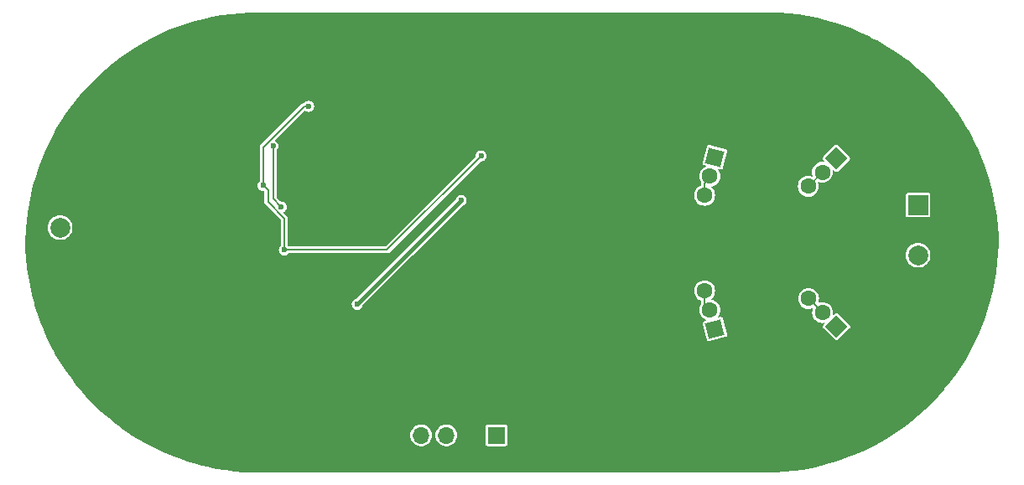
<source format=gbl>
G04 #@! TF.GenerationSoftware,KiCad,Pcbnew,8.0.2*
G04 #@! TF.CreationDate,2024-09-05T18:17:44-04:00*
G04 #@! TF.ProjectId,5v-regulator-v1,35762d72-6567-4756-9c61-746f722d7631,rev?*
G04 #@! TF.SameCoordinates,Original*
G04 #@! TF.FileFunction,Copper,L2,Bot*
G04 #@! TF.FilePolarity,Positive*
%FSLAX46Y46*%
G04 Gerber Fmt 4.6, Leading zero omitted, Abs format (unit mm)*
G04 Created by KiCad (PCBNEW 8.0.2) date 2024-09-05 18:17:44*
%MOMM*%
%LPD*%
G01*
G04 APERTURE LIST*
G04 Aperture macros list*
%AMRotRect*
0 Rectangle, with rotation*
0 The origin of the aperture is its center*
0 $1 length*
0 $2 width*
0 $3 Rotation angle, in degrees counterclockwise*
0 Add horizontal line*
21,1,$1,$2,0,0,$3*%
G04 Aperture macros list end*
G04 #@! TA.AperFunction,ComponentPad*
%ADD10RotRect,1.600000X1.600000X105.000000*%
G04 #@! TD*
G04 #@! TA.AperFunction,ComponentPad*
%ADD11C,1.600000*%
G04 #@! TD*
G04 #@! TA.AperFunction,ComponentPad*
%ADD12C,2.150000*%
G04 #@! TD*
G04 #@! TA.AperFunction,ComponentPad*
%ADD13RotRect,1.600000X1.600000X225.000000*%
G04 #@! TD*
G04 #@! TA.AperFunction,ComponentPad*
%ADD14R,2.000000X2.000000*%
G04 #@! TD*
G04 #@! TA.AperFunction,ComponentPad*
%ADD15C,2.000000*%
G04 #@! TD*
G04 #@! TA.AperFunction,ComponentPad*
%ADD16R,1.700000X1.700000*%
G04 #@! TD*
G04 #@! TA.AperFunction,ComponentPad*
%ADD17O,1.700000X1.700000*%
G04 #@! TD*
G04 #@! TA.AperFunction,ComponentPad*
%ADD18RotRect,1.600000X1.600000X255.000000*%
G04 #@! TD*
G04 #@! TA.AperFunction,ComponentPad*
%ADD19RotRect,1.600000X1.600000X135.000000*%
G04 #@! TD*
G04 #@! TA.AperFunction,ViaPad*
%ADD20C,0.600000*%
G04 #@! TD*
G04 #@! TA.AperFunction,Conductor*
%ADD21C,0.400000*%
G04 #@! TD*
G04 #@! TA.AperFunction,Conductor*
%ADD22C,0.200000*%
G04 #@! TD*
G04 APERTURE END LIST*
D10*
X187111364Y-78010343D03*
D11*
X186593726Y-76078491D03*
X186076088Y-74146640D03*
X185558449Y-72214787D03*
D12*
X184672983Y-79419458D03*
X189927619Y-78011480D03*
X182861251Y-72657977D03*
X188115888Y-71250000D03*
D13*
X199371101Y-60744787D03*
D11*
X197956887Y-62159001D03*
X196542674Y-63573214D03*
X195128460Y-64987429D03*
D12*
X201810620Y-62151929D03*
X197963959Y-58305270D03*
X196860873Y-67101676D03*
X193014210Y-63255016D03*
D14*
X207615887Y-65460000D03*
D15*
X207615887Y-68000000D03*
X207615887Y-70540000D03*
X207615887Y-73080000D03*
D14*
X121000000Y-70290000D03*
D15*
X121000000Y-67750000D03*
D16*
X165080000Y-88750000D03*
D17*
X162539996Y-88749998D03*
X160000000Y-88750000D03*
X157460000Y-88750000D03*
D18*
X187111364Y-60633422D03*
D11*
X186593726Y-62565274D03*
X186076088Y-64497125D03*
X185558450Y-66428978D03*
D12*
X189927621Y-60632283D03*
X184672984Y-59224311D03*
X188115887Y-67393764D03*
X182861249Y-65985789D03*
D19*
X199391233Y-77755214D03*
D11*
X197977019Y-76341000D03*
X196562806Y-74926787D03*
X195148591Y-73512573D03*
D12*
X197984091Y-80194733D03*
X201830750Y-76348072D03*
X193034344Y-75244986D03*
X196881004Y-71398323D03*
D20*
X151000000Y-75500000D03*
X161500000Y-65000000D03*
X141500000Y-63500000D03*
X163500000Y-60500000D03*
X143643510Y-70000000D03*
X146100000Y-55500000D03*
X159500000Y-73500000D03*
X135500000Y-75000000D03*
X124500000Y-74500000D03*
X174250000Y-85000000D03*
X121500000Y-73500000D03*
X145000000Y-65500000D03*
X154500000Y-75500000D03*
X134500000Y-75000000D03*
X136500000Y-75000000D03*
X123500000Y-74500000D03*
X133500000Y-72000000D03*
X119500000Y-72500000D03*
X167750000Y-54000000D03*
X137500000Y-72000000D03*
X170500000Y-75500000D03*
X134500000Y-72000000D03*
X174500000Y-72500000D03*
X164500000Y-74500000D03*
X152500000Y-75500000D03*
X165500000Y-74500000D03*
X165500000Y-73500000D03*
X167500000Y-75500000D03*
X158500000Y-75500000D03*
X136500000Y-73000000D03*
X123500000Y-73500000D03*
X139500000Y-74000000D03*
X161500000Y-75500000D03*
X132500000Y-72000000D03*
X131500000Y-73000000D03*
X162500000Y-75500000D03*
X119500000Y-73500000D03*
X171500000Y-73500000D03*
X172500000Y-73500000D03*
X131500000Y-72000000D03*
X121500000Y-74500000D03*
X138500000Y-74000000D03*
X138500000Y-75000000D03*
X197250000Y-49500000D03*
X154500000Y-73500000D03*
X163500000Y-74500000D03*
X169500000Y-73500000D03*
X137500000Y-75000000D03*
X141500000Y-75000000D03*
X137500000Y-74000000D03*
X134500000Y-73000000D03*
X176750000Y-87750000D03*
X162500000Y-72500000D03*
X160500000Y-74500000D03*
X145500000Y-54000000D03*
X161500000Y-74500000D03*
X141500000Y-74000000D03*
X163500000Y-72500000D03*
X176250000Y-56250000D03*
X159500000Y-75500000D03*
X135500000Y-73000000D03*
X156500000Y-75500000D03*
X174500000Y-74500000D03*
X131500000Y-71000000D03*
X171500000Y-72500000D03*
X153500000Y-75500000D03*
X166500000Y-75500000D03*
X170500000Y-74500000D03*
X160500000Y-75500000D03*
X132500000Y-73000000D03*
X168500000Y-72500000D03*
X163500000Y-75500000D03*
X156500000Y-73500000D03*
X164500000Y-72500000D03*
X156500000Y-74500000D03*
X169500000Y-74500000D03*
X119500000Y-74500000D03*
X162500000Y-74500000D03*
X173500000Y-72500000D03*
X120500000Y-73500000D03*
X139500000Y-72000000D03*
X166500000Y-73500000D03*
X168500000Y-75500000D03*
X165500000Y-75500000D03*
X161500000Y-73500000D03*
X160500000Y-72500000D03*
X172500000Y-74500000D03*
X136500000Y-72000000D03*
X154500000Y-74500000D03*
X120500000Y-72500000D03*
X173500000Y-74500000D03*
X138500000Y-72000000D03*
X157500000Y-74500000D03*
X168500000Y-74500000D03*
X137500000Y-73000000D03*
X167500000Y-74500000D03*
X173500000Y-75500000D03*
X153500000Y-74500000D03*
X164500000Y-75500000D03*
X169500000Y-72500000D03*
X133500000Y-73000000D03*
X120500000Y-74500000D03*
X174500000Y-75500000D03*
X157500000Y-75500000D03*
X138500000Y-73000000D03*
X137000000Y-61000000D03*
X160500000Y-73500000D03*
X121500000Y-72500000D03*
X131500000Y-70000000D03*
X165500000Y-72500000D03*
X157500000Y-73500000D03*
X158500000Y-73500000D03*
X158500000Y-74500000D03*
X140500000Y-72000000D03*
X133000000Y-61000000D03*
X159500000Y-74500000D03*
X171500000Y-75500000D03*
X134500000Y-74000000D03*
X170500000Y-72500000D03*
X169500000Y-75500000D03*
X157500000Y-61000000D03*
X170750000Y-91000000D03*
X171500000Y-74500000D03*
X174500000Y-73500000D03*
X195250000Y-86000000D03*
X166500000Y-74500000D03*
X155500000Y-74500000D03*
X172500000Y-61000000D03*
X139500000Y-73000000D03*
X166500000Y-72500000D03*
X173500000Y-73500000D03*
X141500000Y-72000000D03*
X155500000Y-73500000D03*
X122500000Y-73500000D03*
X141500000Y-73000000D03*
X167500000Y-72500000D03*
X137000000Y-56500000D03*
X135500000Y-74000000D03*
X164500000Y-73500000D03*
X136500000Y-74000000D03*
X168500000Y-73500000D03*
X122500000Y-74500000D03*
X162500000Y-73500000D03*
X140500000Y-75000000D03*
X179500000Y-51000000D03*
X167000000Y-61000000D03*
X170500000Y-73500000D03*
X139500000Y-75000000D03*
X163500000Y-73500000D03*
X155500000Y-75500000D03*
X122500000Y-72500000D03*
X140500000Y-73000000D03*
X172500000Y-72500000D03*
X161500000Y-72500000D03*
X140500000Y-74000000D03*
X172500000Y-75500000D03*
X135500000Y-72000000D03*
X167500000Y-73500000D03*
X143325735Y-65674265D03*
X142500000Y-59500000D03*
D21*
X151000000Y-75500000D02*
X161500000Y-65000000D01*
D22*
X186076088Y-63332912D02*
X186593726Y-62815274D01*
X186076088Y-64747125D02*
X186076088Y-63332912D01*
X196542674Y-63573214D02*
X197956887Y-62159001D01*
X196562806Y-74926787D02*
X197977019Y-76341000D01*
X141500000Y-63500000D02*
X142000000Y-64000000D01*
X163500000Y-60500000D02*
X154000000Y-70000000D01*
X143643510Y-66840569D02*
X143643510Y-70000000D01*
X141500000Y-63500000D02*
X141500000Y-59651471D01*
X142000000Y-65197059D02*
X143643510Y-66840569D01*
X141500000Y-59651471D02*
X145651471Y-55500000D01*
X154000000Y-70000000D02*
X143643510Y-70000000D01*
X145651471Y-55500000D02*
X146100000Y-55500000D01*
X142000000Y-64000000D02*
X142000000Y-65197059D01*
X186076088Y-75810853D02*
X186593726Y-76328491D01*
X186076088Y-74396640D02*
X186076088Y-75810853D01*
X142500000Y-64848530D02*
X143325735Y-65674265D01*
X142500000Y-59500000D02*
X142500000Y-64848530D01*
G04 #@! TA.AperFunction,Conductor*
G36*
X192741274Y-46000498D02*
G01*
X192743175Y-46000538D01*
X193671907Y-46038360D01*
X193673808Y-46038474D01*
X194603009Y-46113386D01*
X194604868Y-46113573D01*
X195530352Y-46225342D01*
X195532213Y-46225605D01*
X196452530Y-46374059D01*
X196454377Y-46374395D01*
X197368036Y-46559291D01*
X197369868Y-46559700D01*
X198275474Y-46780756D01*
X198277300Y-46781240D01*
X199173406Y-47038102D01*
X199175230Y-47038665D01*
X200060388Y-47330918D01*
X200062202Y-47331557D01*
X200935017Y-47658736D01*
X200936828Y-47659455D01*
X201796009Y-48021078D01*
X201797741Y-48021848D01*
X202641862Y-48417315D01*
X202643574Y-48418160D01*
X203028672Y-48617605D01*
X203471311Y-48846852D01*
X203473022Y-48847782D01*
X204283050Y-49309010D01*
X204284722Y-49310007D01*
X205075759Y-49803040D01*
X205077391Y-49804102D01*
X205848286Y-50328224D01*
X205849820Y-50329313D01*
X206200619Y-50588780D01*
X206599243Y-50883621D01*
X206600786Y-50884810D01*
X207327598Y-51468461D01*
X207329087Y-51469707D01*
X207556459Y-51667655D01*
X208032125Y-52081765D01*
X208033568Y-52083073D01*
X208711722Y-52722574D01*
X208713103Y-52723928D01*
X209365342Y-53389897D01*
X209366640Y-53391276D01*
X209731256Y-53794434D01*
X209991909Y-54082639D01*
X209993186Y-54084109D01*
X210590464Y-54799738D01*
X210591682Y-54801258D01*
X211160063Y-55540062D01*
X211161219Y-55541629D01*
X211699771Y-56302396D01*
X211700865Y-56304007D01*
X212208795Y-57085620D01*
X212209823Y-57087273D01*
X212686289Y-57888436D01*
X212687251Y-57890130D01*
X213131500Y-58709575D01*
X213132394Y-58711305D01*
X213244545Y-58939361D01*
X213520250Y-59500000D01*
X213543745Y-59547775D01*
X213544562Y-59549525D01*
X213717688Y-59940032D01*
X213922346Y-60401663D01*
X213923100Y-60403458D01*
X214266732Y-61269945D01*
X214267414Y-61271769D01*
X214576354Y-62151243D01*
X214576962Y-62153093D01*
X214850699Y-63044095D01*
X214851234Y-63045967D01*
X215089362Y-63947175D01*
X215089822Y-63949067D01*
X215291957Y-64859032D01*
X215292341Y-64860941D01*
X215458152Y-65778178D01*
X215458461Y-65780101D01*
X215587708Y-66703263D01*
X215587939Y-66705197D01*
X215680397Y-67632705D01*
X215680552Y-67634646D01*
X215736089Y-68565140D01*
X215736166Y-68567085D01*
X215752900Y-69409107D01*
X215751394Y-69420514D01*
X215751466Y-69420525D01*
X215750980Y-69423702D01*
X215749620Y-69489030D01*
X215749590Y-69490004D01*
X215711640Y-70421885D01*
X215711523Y-70423829D01*
X215636617Y-71352970D01*
X215636422Y-71354907D01*
X215524661Y-72280318D01*
X215524389Y-72282246D01*
X215375946Y-73202496D01*
X215375597Y-73204412D01*
X215190715Y-74118001D01*
X215190291Y-74119902D01*
X214969250Y-75025445D01*
X214968751Y-75027327D01*
X214711902Y-75923387D01*
X214711328Y-75925248D01*
X214419085Y-76810377D01*
X214418438Y-76812213D01*
X214091263Y-77685017D01*
X214090544Y-77686827D01*
X213728931Y-78545986D01*
X213728140Y-78547765D01*
X213332692Y-79391844D01*
X213331831Y-79393591D01*
X212903147Y-80221311D01*
X212902217Y-80223022D01*
X212440989Y-81033050D01*
X212439992Y-81034722D01*
X211946959Y-81825759D01*
X211945897Y-81827391D01*
X211421794Y-82598259D01*
X211420667Y-82599847D01*
X210866378Y-83349243D01*
X210865189Y-83350786D01*
X210281538Y-84077598D01*
X210280289Y-84079091D01*
X209668234Y-84782125D01*
X209666926Y-84783568D01*
X209027425Y-85461722D01*
X209026062Y-85463112D01*
X208360135Y-86115311D01*
X208358717Y-86116646D01*
X207667360Y-86741909D01*
X207665890Y-86743186D01*
X206950261Y-87340464D01*
X206948741Y-87341682D01*
X206209937Y-87910063D01*
X206208370Y-87911219D01*
X205447603Y-88449771D01*
X205445992Y-88450865D01*
X204664379Y-88958795D01*
X204662726Y-88959823D01*
X203861563Y-89436289D01*
X203859869Y-89437251D01*
X203040424Y-89881500D01*
X203038694Y-89882394D01*
X202202224Y-90293745D01*
X202200460Y-90294569D01*
X201348336Y-90672346D01*
X201346541Y-90673100D01*
X200480054Y-91016732D01*
X200478230Y-91017414D01*
X199598756Y-91326354D01*
X199596906Y-91326962D01*
X198705904Y-91600699D01*
X198704032Y-91601234D01*
X197802824Y-91839362D01*
X197800932Y-91839822D01*
X196890967Y-92041957D01*
X196889058Y-92042341D01*
X195971821Y-92208152D01*
X195969898Y-92208461D01*
X195046736Y-92337708D01*
X195044802Y-92337939D01*
X194117294Y-92430397D01*
X194115353Y-92430552D01*
X193184859Y-92486089D01*
X193182914Y-92486166D01*
X192250504Y-92504697D01*
X192249530Y-92504707D01*
X192246403Y-92504707D01*
X140513974Y-92499499D01*
X140511985Y-92499458D01*
X139583321Y-92461639D01*
X139581378Y-92461522D01*
X138652237Y-92386617D01*
X138650299Y-92386422D01*
X137724887Y-92274661D01*
X137722959Y-92274389D01*
X136802709Y-92125946D01*
X136800793Y-92125597D01*
X135887204Y-91940715D01*
X135885303Y-91940291D01*
X134979758Y-91719251D01*
X134977883Y-91718753D01*
X134567038Y-91600988D01*
X134081818Y-91461903D01*
X134079957Y-91461329D01*
X133194827Y-91169086D01*
X133192991Y-91168439D01*
X132320187Y-90841264D01*
X132318377Y-90840545D01*
X131459218Y-90478932D01*
X131457439Y-90478141D01*
X130613360Y-90082693D01*
X130611613Y-90081832D01*
X129783893Y-89653148D01*
X129782182Y-89652218D01*
X128972153Y-89190990D01*
X128970481Y-89189993D01*
X128264543Y-88750000D01*
X156354785Y-88750000D01*
X156373602Y-88953079D01*
X156373603Y-88953085D01*
X156429417Y-89149248D01*
X156429420Y-89149255D01*
X156520325Y-89331818D01*
X156520328Y-89331822D01*
X156643233Y-89494576D01*
X156643236Y-89494579D01*
X156793954Y-89631977D01*
X156793955Y-89631978D01*
X156793959Y-89631981D01*
X156967363Y-89739348D01*
X157157544Y-89813024D01*
X157358024Y-89850500D01*
X157358026Y-89850500D01*
X157561974Y-89850500D01*
X157561976Y-89850500D01*
X157762456Y-89813024D01*
X157952637Y-89739348D01*
X158126041Y-89631981D01*
X158276764Y-89494579D01*
X158399673Y-89331821D01*
X158490582Y-89149250D01*
X158546397Y-88953083D01*
X158565215Y-88750000D01*
X158894785Y-88750000D01*
X158913602Y-88953079D01*
X158913603Y-88953085D01*
X158969417Y-89149248D01*
X158969420Y-89149255D01*
X159060325Y-89331818D01*
X159060328Y-89331822D01*
X159183233Y-89494576D01*
X159183236Y-89494579D01*
X159333954Y-89631977D01*
X159333955Y-89631978D01*
X159333959Y-89631981D01*
X159507363Y-89739348D01*
X159697544Y-89813024D01*
X159898024Y-89850500D01*
X159898026Y-89850500D01*
X160101974Y-89850500D01*
X160101976Y-89850500D01*
X160302456Y-89813024D01*
X160492637Y-89739348D01*
X160666041Y-89631981D01*
X160816764Y-89494579D01*
X160939673Y-89331821D01*
X161030582Y-89149250D01*
X161086397Y-88953083D01*
X161105215Y-88750000D01*
X161086397Y-88546917D01*
X161030582Y-88350750D01*
X160939673Y-88168179D01*
X160816764Y-88005421D01*
X160816763Y-88005420D01*
X160674053Y-87875322D01*
X163979500Y-87875322D01*
X163979500Y-89624677D01*
X163994033Y-89697739D01*
X164049398Y-89780601D01*
X164097924Y-89813024D01*
X164132260Y-89835966D01*
X164205326Y-89850500D01*
X165954674Y-89850500D01*
X166027740Y-89835966D01*
X166110601Y-89780601D01*
X166165966Y-89697740D01*
X166180500Y-89624674D01*
X166180500Y-87875326D01*
X166165966Y-87802260D01*
X166138164Y-87760650D01*
X166110601Y-87719398D01*
X166027739Y-87664033D01*
X165954677Y-87649500D01*
X165954674Y-87649500D01*
X164205326Y-87649500D01*
X164205322Y-87649500D01*
X164132260Y-87664033D01*
X164049398Y-87719398D01*
X163994033Y-87802260D01*
X163979500Y-87875322D01*
X160674053Y-87875322D01*
X160666045Y-87868022D01*
X160666042Y-87868020D01*
X160666041Y-87868019D01*
X160492637Y-87760652D01*
X160492634Y-87760651D01*
X160492633Y-87760650D01*
X160302462Y-87686978D01*
X160302460Y-87686977D01*
X160302456Y-87686976D01*
X160101976Y-87649500D01*
X159898024Y-87649500D01*
X159697544Y-87686976D01*
X159697540Y-87686977D01*
X159697537Y-87686978D01*
X159507366Y-87760650D01*
X159333954Y-87868022D01*
X159183236Y-88005420D01*
X159183233Y-88005423D01*
X159060328Y-88168177D01*
X159060325Y-88168181D01*
X158969420Y-88350744D01*
X158969417Y-88350751D01*
X158913603Y-88546914D01*
X158913602Y-88546920D01*
X158894785Y-88750000D01*
X158565215Y-88750000D01*
X158546397Y-88546917D01*
X158490582Y-88350750D01*
X158399673Y-88168179D01*
X158276764Y-88005421D01*
X158276763Y-88005420D01*
X158126045Y-87868022D01*
X158126042Y-87868020D01*
X158126041Y-87868019D01*
X157952637Y-87760652D01*
X157952634Y-87760651D01*
X157952633Y-87760650D01*
X157762462Y-87686978D01*
X157762460Y-87686977D01*
X157762456Y-87686976D01*
X157561976Y-87649500D01*
X157358024Y-87649500D01*
X157157544Y-87686976D01*
X157157540Y-87686977D01*
X157157537Y-87686978D01*
X156967366Y-87760650D01*
X156793954Y-87868022D01*
X156643236Y-88005420D01*
X156643233Y-88005423D01*
X156520328Y-88168177D01*
X156520325Y-88168181D01*
X156429420Y-88350744D01*
X156429417Y-88350751D01*
X156373603Y-88546914D01*
X156373602Y-88546920D01*
X156354785Y-88750000D01*
X128264543Y-88750000D01*
X128179444Y-88696960D01*
X128177812Y-88695898D01*
X127670156Y-88350750D01*
X127406926Y-88171783D01*
X127405373Y-88170680D01*
X126851013Y-87760650D01*
X126655959Y-87616379D01*
X126654416Y-87615190D01*
X125927604Y-87031539D01*
X125926111Y-87030290D01*
X125223077Y-86418235D01*
X125221634Y-86416927D01*
X124543479Y-85777426D01*
X124542089Y-85776063D01*
X123889858Y-85110102D01*
X123888555Y-85108718D01*
X123593844Y-84782854D01*
X123263284Y-84417351D01*
X123262016Y-84415892D01*
X123204427Y-84346892D01*
X122664737Y-83700262D01*
X122663519Y-83698742D01*
X122568660Y-83575440D01*
X122095125Y-82959920D01*
X122093991Y-82958383D01*
X121555422Y-82197591D01*
X121554328Y-82195980D01*
X121046406Y-81414380D01*
X121045378Y-81412727D01*
X120568911Y-80611563D01*
X120567949Y-80609869D01*
X120358226Y-80223022D01*
X120123696Y-79790419D01*
X120122806Y-79788695D01*
X119711438Y-78952189D01*
X119710648Y-78950498D01*
X119332845Y-78098316D01*
X119332100Y-78096541D01*
X119308013Y-78035805D01*
X119022930Y-77316951D01*
X118988468Y-77230054D01*
X118987786Y-77228230D01*
X118678846Y-76348756D01*
X118678238Y-76346906D01*
X118443394Y-75582500D01*
X118418048Y-75500000D01*
X150444750Y-75500000D01*
X150463669Y-75643708D01*
X150519136Y-75777620D01*
X150519139Y-75777625D01*
X150591982Y-75872556D01*
X150607379Y-75892621D01*
X150722375Y-75980861D01*
X150722377Y-75980861D01*
X150722379Y-75980863D01*
X150856291Y-76036330D01*
X151000000Y-76055250D01*
X151143709Y-76036330D01*
X151277625Y-75980861D01*
X151392621Y-75892621D01*
X151480861Y-75777625D01*
X151536330Y-75643709D01*
X151540668Y-75610752D01*
X151554600Y-75582501D01*
X152990461Y-74146640D01*
X185020505Y-74146640D01*
X185040788Y-74352574D01*
X185100856Y-74550594D01*
X185198403Y-74733090D01*
X185329678Y-74893050D01*
X185489638Y-75024325D01*
X185637312Y-75103259D01*
X185672136Y-75121873D01*
X185679404Y-75124077D01*
X185690810Y-75127536D01*
X185719801Y-75151326D01*
X185725588Y-75174427D01*
X185725588Y-75462889D01*
X185717328Y-75490115D01*
X185716040Y-75492042D01*
X185618495Y-75674534D01*
X185558426Y-75872555D01*
X185558426Y-75872556D01*
X185542296Y-76036330D01*
X185538143Y-76078491D01*
X185558426Y-76284425D01*
X185618494Y-76482445D01*
X185716041Y-76664941D01*
X185847316Y-76824901D01*
X186007276Y-76956176D01*
X186189770Y-77053722D01*
X186189771Y-77053722D01*
X186189772Y-77053723D01*
X186228622Y-77065507D01*
X186257612Y-77089298D01*
X186261288Y-77126620D01*
X186237497Y-77155611D01*
X186227080Y-77159727D01*
X186042904Y-77209078D01*
X186042903Y-77209078D01*
X185976084Y-77242029D01*
X185910378Y-77316951D01*
X185878345Y-77411320D01*
X185878344Y-77411322D01*
X185883217Y-77485655D01*
X185883217Y-77485656D01*
X186167808Y-78547765D01*
X186310100Y-79078806D01*
X186311262Y-79081162D01*
X186343050Y-79145622D01*
X186417972Y-79211328D01*
X186417973Y-79211328D01*
X186417974Y-79211329D01*
X186512341Y-79243362D01*
X186512342Y-79243361D01*
X186512343Y-79243362D01*
X186542076Y-79241412D01*
X186586679Y-79238489D01*
X188179827Y-78811607D01*
X188246642Y-78778657D01*
X188312350Y-78703733D01*
X188344383Y-78609366D01*
X188339510Y-78535028D01*
X187912628Y-76941880D01*
X187879678Y-76875065D01*
X187879677Y-76875064D01*
X187879677Y-76875063D01*
X187804755Y-76809357D01*
X187757570Y-76793340D01*
X187710387Y-76777324D01*
X187710386Y-76777324D01*
X187710384Y-76777323D01*
X187636051Y-76782196D01*
X187636050Y-76782196D01*
X187448952Y-76832328D01*
X187411770Y-76827433D01*
X187388940Y-76797680D01*
X187393835Y-76760498D01*
X187398383Y-76753926D01*
X187471411Y-76664941D01*
X187568958Y-76482445D01*
X187629026Y-76284425D01*
X187649309Y-76078491D01*
X187629026Y-75872557D01*
X187568958Y-75674537D01*
X187471411Y-75492041D01*
X187340136Y-75332081D01*
X187180176Y-75200806D01*
X186997680Y-75103259D01*
X186869307Y-75064318D01*
X186799664Y-75043192D01*
X186799655Y-75043190D01*
X186774432Y-75040706D01*
X186741357Y-75023027D01*
X186730471Y-74987139D01*
X186748148Y-74954066D01*
X186781390Y-74926786D01*
X195507223Y-74926786D01*
X195507223Y-74926787D01*
X195527506Y-75132721D01*
X195527506Y-75132722D01*
X195540157Y-75174427D01*
X195587574Y-75330741D01*
X195685121Y-75513237D01*
X195816396Y-75673197D01*
X195976356Y-75804472D01*
X196158852Y-75902019D01*
X196356872Y-75962087D01*
X196562806Y-75982370D01*
X196768740Y-75962087D01*
X196929316Y-75913377D01*
X196966636Y-75917053D01*
X196990428Y-75946043D01*
X196990428Y-75974491D01*
X196941719Y-76135064D01*
X196941719Y-76135065D01*
X196921436Y-76340999D01*
X196921436Y-76341000D01*
X196941719Y-76546934D01*
X196941719Y-76546935D01*
X197001788Y-76744956D01*
X197014386Y-76768524D01*
X197099334Y-76927450D01*
X197230609Y-77087410D01*
X197390569Y-77218685D01*
X197573065Y-77316232D01*
X197771085Y-77376300D01*
X197956735Y-77394585D01*
X197977018Y-77396583D01*
X197977018Y-77396582D01*
X197977019Y-77396583D01*
X198159325Y-77378627D01*
X198195213Y-77389513D01*
X198212892Y-77422588D01*
X198202006Y-77458476D01*
X198198776Y-77462039D01*
X198065285Y-77595530D01*
X198023894Y-77657475D01*
X198004454Y-77755211D01*
X198004454Y-77755216D01*
X198023894Y-77852952D01*
X198023895Y-77852954D01*
X198023896Y-77852955D01*
X198065285Y-77914897D01*
X199231550Y-79081162D01*
X199293492Y-79122551D01*
X199293494Y-79122552D01*
X199391230Y-79141993D01*
X199391233Y-79141993D01*
X199391236Y-79141993D01*
X199488971Y-79122552D01*
X199488971Y-79122551D01*
X199488974Y-79122551D01*
X199550916Y-79081162D01*
X200717181Y-77914897D01*
X200758570Y-77852955D01*
X200778012Y-77755214D01*
X200778012Y-77755211D01*
X200758571Y-77657475D01*
X200717180Y-77595530D01*
X199550916Y-76429266D01*
X199488971Y-76387875D01*
X199391236Y-76368435D01*
X199391230Y-76368435D01*
X199293494Y-76387875D01*
X199231549Y-76429266D01*
X199098058Y-76562757D01*
X199063410Y-76577109D01*
X199028762Y-76562757D01*
X199014410Y-76528109D01*
X199014646Y-76523306D01*
X199018671Y-76482447D01*
X199032602Y-76341000D01*
X199012319Y-76135066D01*
X198952251Y-75937046D01*
X198854704Y-75754550D01*
X198723429Y-75594590D01*
X198563469Y-75463315D01*
X198380973Y-75365768D01*
X198182953Y-75305700D01*
X197977019Y-75285417D01*
X197771084Y-75305700D01*
X197771083Y-75305700D01*
X197610510Y-75354409D01*
X197573187Y-75350733D01*
X197549396Y-75321743D01*
X197549396Y-75293298D01*
X197598106Y-75132721D01*
X197618389Y-74926787D01*
X197598106Y-74720853D01*
X197538038Y-74522833D01*
X197440491Y-74340337D01*
X197309216Y-74180377D01*
X197149256Y-74049102D01*
X196966760Y-73951555D01*
X196768740Y-73891487D01*
X196562806Y-73871204D01*
X196356871Y-73891487D01*
X196356870Y-73891487D01*
X196158849Y-73951556D01*
X195976354Y-74049103D01*
X195816396Y-74180377D01*
X195685122Y-74340335D01*
X195587575Y-74522830D01*
X195527506Y-74720851D01*
X195527506Y-74720852D01*
X195507223Y-74926786D01*
X186781390Y-74926786D01*
X186822498Y-74893050D01*
X186953773Y-74733090D01*
X187051320Y-74550594D01*
X187111388Y-74352574D01*
X187131671Y-74146640D01*
X187111388Y-73940706D01*
X187051320Y-73742686D01*
X186953773Y-73560190D01*
X186822498Y-73400230D01*
X186662538Y-73268955D01*
X186480042Y-73171408D01*
X186282022Y-73111340D01*
X186076088Y-73091057D01*
X185870153Y-73111340D01*
X185870152Y-73111340D01*
X185672131Y-73171409D01*
X185489636Y-73268956D01*
X185329678Y-73400230D01*
X185198404Y-73560188D01*
X185100857Y-73742683D01*
X185040788Y-73940704D01*
X185040788Y-73940705D01*
X185040788Y-73940706D01*
X185020505Y-74146640D01*
X152990461Y-74146640D01*
X156597101Y-70540000D01*
X206360610Y-70540000D01*
X206379680Y-70757979D01*
X206379681Y-70757985D01*
X206436309Y-70969322D01*
X206436311Y-70969327D01*
X206528783Y-71167637D01*
X206528790Y-71167649D01*
X206654284Y-71346871D01*
X206654290Y-71346878D01*
X206809008Y-71501596D01*
X206809015Y-71501602D01*
X206988237Y-71627096D01*
X206988249Y-71627103D01*
X207060427Y-71660760D01*
X207186557Y-71719575D01*
X207186563Y-71719576D01*
X207186564Y-71719577D01*
X207397901Y-71776205D01*
X207397905Y-71776205D01*
X207397910Y-71776207D01*
X207615887Y-71795277D01*
X207833864Y-71776207D01*
X207833870Y-71776205D01*
X207833872Y-71776205D01*
X207939540Y-71747891D01*
X208045217Y-71719575D01*
X208243526Y-71627102D01*
X208243527Y-71627101D01*
X208243536Y-71627096D01*
X208422758Y-71501602D01*
X208422764Y-71501598D01*
X208577485Y-71346877D01*
X208598477Y-71316897D01*
X208702983Y-71167649D01*
X208702990Y-71167637D01*
X208707239Y-71158523D01*
X208795462Y-70969330D01*
X208852094Y-70757977D01*
X208871164Y-70540000D01*
X208852094Y-70322023D01*
X208840196Y-70277620D01*
X208795464Y-70110677D01*
X208795463Y-70110672D01*
X208702990Y-69912363D01*
X208702983Y-69912351D01*
X208577489Y-69733128D01*
X208577483Y-69733121D01*
X208422765Y-69578403D01*
X208422758Y-69578397D01*
X208243536Y-69452903D01*
X208243524Y-69452896D01*
X208099166Y-69385581D01*
X208045217Y-69360425D01*
X208045214Y-69360424D01*
X208045209Y-69360422D01*
X207833872Y-69303794D01*
X207833866Y-69303793D01*
X207615887Y-69284723D01*
X207397907Y-69303793D01*
X207397901Y-69303794D01*
X207186564Y-69360422D01*
X207186559Y-69360423D01*
X206988250Y-69452896D01*
X206988238Y-69452903D01*
X206809015Y-69578397D01*
X206809008Y-69578403D01*
X206654290Y-69733121D01*
X206654284Y-69733128D01*
X206528790Y-69912351D01*
X206528783Y-69912363D01*
X206436310Y-70110672D01*
X206436309Y-70110677D01*
X206379681Y-70322014D01*
X206379680Y-70322020D01*
X206360610Y-70540000D01*
X156597101Y-70540000D01*
X161582501Y-65554600D01*
X161610752Y-65540668D01*
X161643709Y-65536330D01*
X161777625Y-65480861D01*
X161892621Y-65392621D01*
X161980861Y-65277625D01*
X162036330Y-65143709D01*
X162055250Y-65000000D01*
X162036330Y-64856291D01*
X161980861Y-64722375D01*
X161892621Y-64607379D01*
X161815818Y-64548446D01*
X161777625Y-64519139D01*
X161777620Y-64519136D01*
X161724477Y-64497124D01*
X185020505Y-64497124D01*
X185020505Y-64497125D01*
X185040788Y-64703059D01*
X185040788Y-64703060D01*
X185066943Y-64789283D01*
X185100856Y-64901079D01*
X185198403Y-65083575D01*
X185329678Y-65243535D01*
X185489638Y-65374810D01*
X185672134Y-65472357D01*
X185870154Y-65532425D01*
X186076088Y-65552708D01*
X186282022Y-65532425D01*
X186480042Y-65472357D01*
X186662538Y-65374810D01*
X186822498Y-65243535D01*
X186953773Y-65083575D01*
X187051320Y-64901079D01*
X187111388Y-64703059D01*
X187131671Y-64497125D01*
X187111388Y-64291191D01*
X187051320Y-64093171D01*
X186953773Y-63910675D01*
X186822498Y-63750715D01*
X186748149Y-63689699D01*
X186730471Y-63656625D01*
X186741357Y-63620737D01*
X186774430Y-63603058D01*
X186799660Y-63600574D01*
X186889855Y-63573214D01*
X195487091Y-63573214D01*
X195507374Y-63779148D01*
X195567442Y-63977168D01*
X195664989Y-64159664D01*
X195796264Y-64319624D01*
X195956224Y-64450899D01*
X196138720Y-64548446D01*
X196336740Y-64608514D01*
X196542674Y-64628797D01*
X196748608Y-64608514D01*
X196946628Y-64548446D01*
X197129124Y-64450899D01*
X197148105Y-64435322D01*
X206365387Y-64435322D01*
X206365387Y-66484677D01*
X206379920Y-66557739D01*
X206435285Y-66640601D01*
X206518147Y-66695966D01*
X206591213Y-66710500D01*
X208640561Y-66710500D01*
X208713627Y-66695966D01*
X208796488Y-66640601D01*
X208851853Y-66557740D01*
X208866387Y-66484674D01*
X208866387Y-64435326D01*
X208851853Y-64362260D01*
X208823365Y-64319624D01*
X208796488Y-64279398D01*
X208713626Y-64224033D01*
X208640564Y-64209500D01*
X208640561Y-64209500D01*
X206591213Y-64209500D01*
X206591209Y-64209500D01*
X206518147Y-64224033D01*
X206435285Y-64279398D01*
X206379920Y-64362260D01*
X206365387Y-64435322D01*
X197148105Y-64435322D01*
X197289084Y-64319624D01*
X197420359Y-64159664D01*
X197517906Y-63977168D01*
X197577974Y-63779148D01*
X197598257Y-63573214D01*
X197577974Y-63367280D01*
X197529264Y-63206703D01*
X197532940Y-63169383D01*
X197561930Y-63145591D01*
X197590376Y-63145591D01*
X197750953Y-63194301D01*
X197956887Y-63214584D01*
X198162821Y-63194301D01*
X198360841Y-63134233D01*
X198543337Y-63036686D01*
X198703297Y-62905411D01*
X198834572Y-62745451D01*
X198932119Y-62562955D01*
X198992187Y-62364935D01*
X199012470Y-62159001D01*
X198994514Y-61976693D01*
X199005400Y-61940806D01*
X199038475Y-61923127D01*
X199074363Y-61934013D01*
X199077926Y-61937243D01*
X199211418Y-62070735D01*
X199273360Y-62112124D01*
X199273362Y-62112125D01*
X199371098Y-62131566D01*
X199371101Y-62131566D01*
X199371104Y-62131566D01*
X199468839Y-62112125D01*
X199468839Y-62112124D01*
X199468842Y-62112124D01*
X199530784Y-62070735D01*
X200697049Y-60904470D01*
X200738438Y-60842528D01*
X200743918Y-60814982D01*
X200757880Y-60744789D01*
X200757880Y-60744784D01*
X200738439Y-60647048D01*
X200736207Y-60643708D01*
X200697049Y-60585104D01*
X199530784Y-59418839D01*
X199468842Y-59377450D01*
X199468841Y-59377449D01*
X199468839Y-59377448D01*
X199371104Y-59358008D01*
X199371098Y-59358008D01*
X199273362Y-59377448D01*
X199211417Y-59418839D01*
X198045153Y-60585103D01*
X198003762Y-60647048D01*
X197984322Y-60744784D01*
X197984322Y-60744789D01*
X198003762Y-60842525D01*
X198045153Y-60904470D01*
X198178645Y-61037962D01*
X198192997Y-61072610D01*
X198178645Y-61107258D01*
X198143997Y-61121610D01*
X198139195Y-61121374D01*
X197956887Y-61103418D01*
X197750952Y-61123701D01*
X197750951Y-61123701D01*
X197552930Y-61183770D01*
X197370435Y-61281317D01*
X197210477Y-61412591D01*
X197079203Y-61572549D01*
X196981656Y-61755044D01*
X196921587Y-61953065D01*
X196921587Y-61953066D01*
X196901304Y-62159000D01*
X196901304Y-62159001D01*
X196921587Y-62364935D01*
X196921587Y-62364936D01*
X196970296Y-62525509D01*
X196966620Y-62562832D01*
X196937630Y-62586623D01*
X196909182Y-62586623D01*
X196748609Y-62537914D01*
X196542674Y-62517631D01*
X196336739Y-62537914D01*
X196336738Y-62537914D01*
X196138717Y-62597983D01*
X195956222Y-62695530D01*
X195796264Y-62826804D01*
X195664990Y-62986762D01*
X195567443Y-63169257D01*
X195507374Y-63367278D01*
X195507374Y-63367279D01*
X195493910Y-63503985D01*
X195487091Y-63573214D01*
X186889855Y-63573214D01*
X186997680Y-63540506D01*
X187180176Y-63442959D01*
X187340136Y-63311684D01*
X187471411Y-63151724D01*
X187568958Y-62969228D01*
X187629026Y-62771208D01*
X187649309Y-62565274D01*
X187649068Y-62562832D01*
X187645392Y-62525509D01*
X187629026Y-62359340D01*
X187568958Y-62161320D01*
X187471411Y-61978824D01*
X187398391Y-61889849D01*
X187387506Y-61853962D01*
X187405185Y-61820887D01*
X187441073Y-61810001D01*
X187448947Y-61811434D01*
X187636049Y-61861568D01*
X187665784Y-61863517D01*
X187710384Y-61866441D01*
X187710384Y-61866440D01*
X187710387Y-61866441D01*
X187804754Y-61834408D01*
X187879678Y-61768700D01*
X187912628Y-61701885D01*
X188339510Y-60108737D01*
X188344383Y-60034399D01*
X188312350Y-59940032D01*
X188312349Y-59940031D01*
X188312349Y-59940030D01*
X188246643Y-59865108D01*
X188224161Y-59854021D01*
X188179827Y-59832158D01*
X187186738Y-59566061D01*
X186586676Y-59405275D01*
X186512343Y-59400402D01*
X186512341Y-59400403D01*
X186417972Y-59432436D01*
X186343050Y-59498142D01*
X186310099Y-59564961D01*
X186310099Y-59564962D01*
X185883217Y-61158108D01*
X185883217Y-61158109D01*
X185878344Y-61232442D01*
X185878345Y-61232444D01*
X185910378Y-61326813D01*
X185976084Y-61401735D01*
X185976085Y-61401735D01*
X185976086Y-61401736D01*
X186042901Y-61434686D01*
X186227082Y-61484037D01*
X186256834Y-61506866D01*
X186261729Y-61544048D01*
X186238899Y-61573801D01*
X186228624Y-61578256D01*
X186189768Y-61590043D01*
X186007274Y-61687590D01*
X185847316Y-61818864D01*
X185716042Y-61978822D01*
X185618495Y-62161317D01*
X185558426Y-62359338D01*
X185558426Y-62359339D01*
X185538384Y-62562832D01*
X185538143Y-62565274D01*
X185558426Y-62771208D01*
X185618494Y-62969228D01*
X185716041Y-63151724D01*
X185730533Y-63169383D01*
X185734550Y-63174277D01*
X185745436Y-63210165D01*
X185744002Y-63218044D01*
X185725588Y-63286764D01*
X185725588Y-63469337D01*
X185711236Y-63503985D01*
X185690813Y-63516226D01*
X185687262Y-63517304D01*
X185672130Y-63521894D01*
X185489636Y-63619441D01*
X185329678Y-63750715D01*
X185198404Y-63910673D01*
X185100857Y-64093168D01*
X185040788Y-64291189D01*
X185040788Y-64291190D01*
X185020505Y-64497124D01*
X161724477Y-64497124D01*
X161643708Y-64463669D01*
X161500000Y-64444750D01*
X161356291Y-64463669D01*
X161222379Y-64519136D01*
X161222374Y-64519139D01*
X161107379Y-64607378D01*
X161107378Y-64607379D01*
X161019139Y-64722374D01*
X161019136Y-64722379D01*
X160963669Y-64856291D01*
X160959331Y-64889245D01*
X160945398Y-64917497D01*
X150917497Y-74945398D01*
X150889245Y-74959331D01*
X150856291Y-74963669D01*
X150722379Y-75019136D01*
X150722374Y-75019139D01*
X150607379Y-75107378D01*
X150607378Y-75107379D01*
X150519139Y-75222374D01*
X150519136Y-75222379D01*
X150463669Y-75356291D01*
X150444750Y-75500000D01*
X118418048Y-75500000D01*
X118404498Y-75455895D01*
X118403966Y-75454032D01*
X118384405Y-75380004D01*
X118165836Y-74552815D01*
X118165378Y-74550932D01*
X117963235Y-73640928D01*
X117962867Y-73639098D01*
X117797045Y-72721808D01*
X117796739Y-72719898D01*
X117687377Y-71938765D01*
X117667488Y-71796706D01*
X117667264Y-71794831D01*
X117574801Y-70867269D01*
X117574650Y-70865378D01*
X117519110Y-69934834D01*
X117519034Y-69932913D01*
X117518625Y-69912351D01*
X117500628Y-69006789D01*
X117500659Y-69003837D01*
X117501377Y-68986206D01*
X117538360Y-68078089D01*
X117538474Y-68076194D01*
X117564771Y-67750000D01*
X119744723Y-67750000D01*
X119763793Y-67967979D01*
X119763794Y-67967985D01*
X119820422Y-68179322D01*
X119820424Y-68179327D01*
X119912896Y-68377637D01*
X119912903Y-68377649D01*
X120038397Y-68556871D01*
X120038403Y-68556878D01*
X120193121Y-68711596D01*
X120193128Y-68711602D01*
X120372350Y-68837096D01*
X120372362Y-68837103D01*
X120444540Y-68870760D01*
X120570670Y-68929575D01*
X120570676Y-68929576D01*
X120570677Y-68929577D01*
X120782014Y-68986205D01*
X120782018Y-68986205D01*
X120782023Y-68986207D01*
X121000000Y-69005277D01*
X121217977Y-68986207D01*
X121217983Y-68986205D01*
X121217985Y-68986205D01*
X121323653Y-68957891D01*
X121429330Y-68929575D01*
X121627639Y-68837102D01*
X121627640Y-68837101D01*
X121627649Y-68837096D01*
X121806871Y-68711602D01*
X121806877Y-68711598D01*
X121961598Y-68556877D01*
X121999565Y-68502655D01*
X122087096Y-68377649D01*
X122087103Y-68377637D01*
X122091352Y-68368523D01*
X122179575Y-68179330D01*
X122236207Y-67967977D01*
X122255277Y-67750000D01*
X122236207Y-67532023D01*
X122235769Y-67530389D01*
X122179577Y-67320677D01*
X122179576Y-67320672D01*
X122087103Y-67122363D01*
X122087096Y-67122351D01*
X121961602Y-66943128D01*
X121961596Y-66943121D01*
X121806878Y-66788403D01*
X121806871Y-66788397D01*
X121627649Y-66662903D01*
X121627637Y-66662896D01*
X121483279Y-66595581D01*
X121429330Y-66570425D01*
X121429327Y-66570424D01*
X121429322Y-66570422D01*
X121217985Y-66513794D01*
X121217979Y-66513793D01*
X121000000Y-66494723D01*
X120782020Y-66513793D01*
X120782014Y-66513794D01*
X120570677Y-66570422D01*
X120570672Y-66570423D01*
X120372363Y-66662896D01*
X120372351Y-66662903D01*
X120193128Y-66788397D01*
X120193121Y-66788403D01*
X120038403Y-66943121D01*
X120038397Y-66943128D01*
X119912903Y-67122351D01*
X119912896Y-67122363D01*
X119820423Y-67320672D01*
X119820422Y-67320677D01*
X119763794Y-67532014D01*
X119763793Y-67532020D01*
X119744723Y-67750000D01*
X117564771Y-67750000D01*
X117613386Y-67146985D01*
X117613572Y-67145136D01*
X117725343Y-66219640D01*
X117725604Y-66217793D01*
X117874060Y-65297460D01*
X117874393Y-65295631D01*
X118059294Y-64381953D01*
X118059698Y-64380141D01*
X118274537Y-63500000D01*
X140944750Y-63500000D01*
X140963669Y-63643708D01*
X141019136Y-63777620D01*
X141019139Y-63777625D01*
X141107379Y-63892621D01*
X141222375Y-63980861D01*
X141222377Y-63980861D01*
X141222379Y-63980863D01*
X141356291Y-64036330D01*
X141500000Y-64055250D01*
X141528680Y-64051473D01*
X141564904Y-64061179D01*
X141569724Y-64065406D01*
X141635148Y-64130830D01*
X141649500Y-64165478D01*
X141649500Y-65243204D01*
X141649589Y-65243535D01*
X141663536Y-65295587D01*
X141663797Y-65296559D01*
X141663797Y-65296560D01*
X141673385Y-65332346D01*
X141673386Y-65332349D01*
X141719530Y-65412271D01*
X143278658Y-66971399D01*
X143293010Y-67006047D01*
X143293010Y-69550894D01*
X143278658Y-69585542D01*
X143273840Y-69589768D01*
X143250887Y-69607380D01*
X143162649Y-69722374D01*
X143162646Y-69722379D01*
X143107179Y-69856291D01*
X143088260Y-70000000D01*
X143107179Y-70143708D01*
X143162646Y-70277620D01*
X143162649Y-70277625D01*
X143200240Y-70326615D01*
X143250889Y-70392621D01*
X143365885Y-70480861D01*
X143365887Y-70480861D01*
X143365889Y-70480863D01*
X143499801Y-70536330D01*
X143643510Y-70555250D01*
X143787219Y-70536330D01*
X143921135Y-70480861D01*
X144036131Y-70392621D01*
X144053742Y-70369669D01*
X144086221Y-70350919D01*
X144092616Y-70350500D01*
X154046146Y-70350500D01*
X154100698Y-70335882D01*
X154135288Y-70326614D01*
X154143240Y-70322023D01*
X154215212Y-70280470D01*
X163430275Y-61065405D01*
X163464922Y-61051054D01*
X163471311Y-61051472D01*
X163500000Y-61055250D01*
X163643709Y-61036330D01*
X163777625Y-60980861D01*
X163892621Y-60892621D01*
X163980861Y-60777625D01*
X164036330Y-60643709D01*
X164055250Y-60500000D01*
X164036330Y-60356291D01*
X163980861Y-60222375D01*
X163892621Y-60107379D01*
X163777625Y-60019139D01*
X163777620Y-60019136D01*
X163643708Y-59963669D01*
X163500000Y-59944750D01*
X163356291Y-59963669D01*
X163222379Y-60019136D01*
X163222374Y-60019139D01*
X163107379Y-60107378D01*
X163107378Y-60107379D01*
X163019139Y-60222374D01*
X163019136Y-60222379D01*
X162963669Y-60356291D01*
X162944750Y-60500001D01*
X162948525Y-60528682D01*
X162938817Y-60564906D01*
X162934592Y-60569724D01*
X153869170Y-69635148D01*
X153834522Y-69649500D01*
X144092616Y-69649500D01*
X144057968Y-69635148D01*
X144053742Y-69630330D01*
X144036131Y-69607379D01*
X144013179Y-69589767D01*
X143994429Y-69557289D01*
X143994010Y-69550894D01*
X143994010Y-66794422D01*
X143970124Y-66705282D01*
X143970123Y-66705279D01*
X143945654Y-66662898D01*
X143945653Y-66662897D01*
X143945652Y-66662896D01*
X143923980Y-66625357D01*
X143549423Y-66250800D01*
X143535071Y-66216152D01*
X143549423Y-66181504D01*
X143565320Y-66170882D01*
X143603360Y-66155126D01*
X143718356Y-66066886D01*
X143806596Y-65951890D01*
X143862065Y-65817974D01*
X143880985Y-65674265D01*
X143862065Y-65530556D01*
X143837958Y-65472355D01*
X143806598Y-65396644D01*
X143806595Y-65396639D01*
X143789843Y-65374808D01*
X143718356Y-65281644D01*
X143713118Y-65277625D01*
X143603360Y-65193404D01*
X143603355Y-65193401D01*
X143469443Y-65137934D01*
X143344654Y-65121505D01*
X143325735Y-65119015D01*
X143325734Y-65119015D01*
X143297054Y-65122791D01*
X143260829Y-65113084D01*
X143256010Y-65108858D01*
X142864852Y-64717700D01*
X142850500Y-64683052D01*
X142850500Y-59949105D01*
X142864852Y-59914457D01*
X142869663Y-59910236D01*
X142892621Y-59892621D01*
X142980861Y-59777625D01*
X143036330Y-59643709D01*
X143055250Y-59500000D01*
X143036330Y-59356291D01*
X142980861Y-59222375D01*
X142892621Y-59107379D01*
X142777625Y-59019139D01*
X142777620Y-59019136D01*
X142739584Y-59003382D01*
X142713065Y-58976864D01*
X142713065Y-58939361D01*
X142723684Y-58923467D01*
X145703674Y-55943477D01*
X145738321Y-55929126D01*
X145768148Y-55939251D01*
X145822375Y-55980861D01*
X145822378Y-55980862D01*
X145822379Y-55980863D01*
X145956291Y-56036330D01*
X146100000Y-56055250D01*
X146243709Y-56036330D01*
X146377625Y-55980861D01*
X146492621Y-55892621D01*
X146580861Y-55777625D01*
X146636330Y-55643709D01*
X146655250Y-55500000D01*
X146636330Y-55356291D01*
X146580861Y-55222375D01*
X146492621Y-55107379D01*
X146492618Y-55107377D01*
X146377625Y-55019139D01*
X146377620Y-55019136D01*
X146243708Y-54963669D01*
X146100000Y-54944750D01*
X145956291Y-54963669D01*
X145822379Y-55019136D01*
X145822374Y-55019139D01*
X145707380Y-55107377D01*
X145689768Y-55130330D01*
X145657289Y-55149081D01*
X145650894Y-55149500D01*
X145605324Y-55149500D01*
X145521542Y-55171950D01*
X145519053Y-55172616D01*
X145516181Y-55173386D01*
X145516180Y-55173386D01*
X145436258Y-55219530D01*
X145436258Y-55219531D01*
X141219532Y-59436256D01*
X141219530Y-59436259D01*
X141183801Y-59498144D01*
X141177787Y-59508560D01*
X141173385Y-59516184D01*
X141149500Y-59605324D01*
X141149500Y-63050894D01*
X141135148Y-63085542D01*
X141130330Y-63089768D01*
X141107377Y-63107380D01*
X141019139Y-63222374D01*
X141019136Y-63222379D01*
X140963669Y-63356291D01*
X140944750Y-63500000D01*
X118274537Y-63500000D01*
X118280759Y-63474512D01*
X118281237Y-63472712D01*
X118538107Y-62576579D01*
X118538660Y-62574784D01*
X118830923Y-61689595D01*
X118831551Y-61687813D01*
X119158742Y-60814964D01*
X119159455Y-60813172D01*
X119521086Y-59953971D01*
X119521839Y-59952276D01*
X119917325Y-59108117D01*
X119918149Y-59106444D01*
X120346854Y-58278683D01*
X120347782Y-58276977D01*
X120568544Y-57889266D01*
X120809019Y-57466933D01*
X120810007Y-57465277D01*
X121303050Y-56674223D01*
X121304102Y-56672608D01*
X121397480Y-56535265D01*
X121828240Y-55901690D01*
X121829295Y-55900203D01*
X122383637Y-55150734D01*
X122384793Y-55149233D01*
X122968484Y-54422373D01*
X122969685Y-54420936D01*
X123581795Y-53717840D01*
X123583042Y-53716465D01*
X124222583Y-53038267D01*
X124223904Y-53036920D01*
X124889923Y-52384631D01*
X124891249Y-52383383D01*
X125582674Y-51758059D01*
X125584073Y-51756843D01*
X126299761Y-51159515D01*
X126301233Y-51158336D01*
X127040076Y-50589925D01*
X127041614Y-50588790D01*
X127802424Y-50050208D01*
X127803980Y-50049151D01*
X128585642Y-49541190D01*
X128587249Y-49540190D01*
X129388458Y-49063696D01*
X129390106Y-49062761D01*
X130209602Y-48618484D01*
X130211278Y-48617618D01*
X131047830Y-48206228D01*
X131049483Y-48205456D01*
X131901701Y-47827636D01*
X131903421Y-47826914D01*
X132769957Y-47483262D01*
X132771756Y-47482589D01*
X133651249Y-47173642D01*
X133653093Y-47173037D01*
X134544117Y-46899293D01*
X134545945Y-46898771D01*
X135447195Y-46660631D01*
X135449047Y-46660181D01*
X136359081Y-46458032D01*
X136360891Y-46457667D01*
X137278199Y-46291843D01*
X137280080Y-46291541D01*
X138203298Y-46162286D01*
X138205161Y-46162064D01*
X139132734Y-46069599D01*
X139134617Y-46069449D01*
X140065166Y-46013908D01*
X140067059Y-46013834D01*
X140999496Y-45995303D01*
X141000470Y-45995293D01*
X141003617Y-45995293D01*
X192741274Y-46000498D01*
G37*
G04 #@! TD.AperFunction*
M02*

</source>
